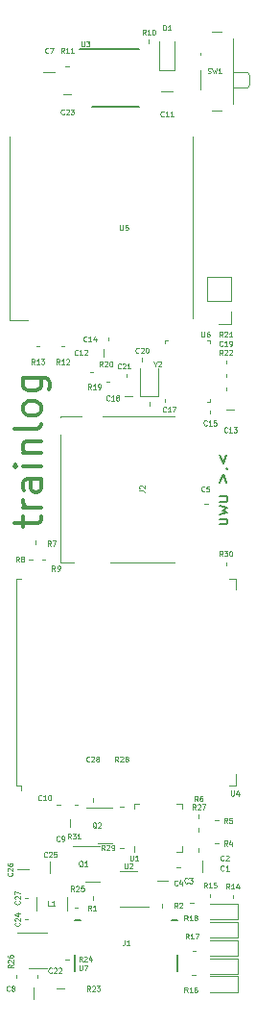
<source format=gto>
G04 #@! TF.GenerationSoftware,KiCad,Pcbnew,6.0.2+dfsg-1*
G04 #@! TF.CreationDate,2022-06-20T13:27:44+02:00*
G04 #@! TF.ProjectId,trainlog,74726169-6e6c-46f6-972e-6b696361645f,rev?*
G04 #@! TF.SameCoordinates,Original*
G04 #@! TF.FileFunction,Legend,Top*
G04 #@! TF.FilePolarity,Positive*
%FSLAX46Y46*%
G04 Gerber Fmt 4.6, Leading zero omitted, Abs format (unit mm)*
G04 Created by KiCad (PCBNEW 6.0.2+dfsg-1) date 2022-06-20 13:27:44*
%MOMM*%
%LPD*%
G01*
G04 APERTURE LIST*
%ADD10C,0.150000*%
%ADD11C,0.300000*%
%ADD12C,0.100000*%
%ADD13C,0.120000*%
G04 APERTURE END LIST*
D10*
X108285714Y-100619047D02*
X108952380Y-100619047D01*
X108285714Y-101047619D02*
X108809523Y-101047619D01*
X108904761Y-101000000D01*
X108952380Y-100904761D01*
X108952380Y-100761904D01*
X108904761Y-100666666D01*
X108857142Y-100619047D01*
X108285714Y-100238095D02*
X108952380Y-100047619D01*
X108476190Y-99857142D01*
X108952380Y-99666666D01*
X108285714Y-99476190D01*
X108285714Y-98666666D02*
X108952380Y-98666666D01*
X108285714Y-99095238D02*
X108809523Y-99095238D01*
X108904761Y-99047619D01*
X108952380Y-98952380D01*
X108952380Y-98809523D01*
X108904761Y-98714285D01*
X108857142Y-98666666D01*
X108285714Y-97428571D02*
X108571428Y-96666666D01*
X108857142Y-97428571D01*
X108857142Y-96190476D02*
X108904761Y-96142857D01*
X108952380Y-96190476D01*
X108904761Y-96238095D01*
X108857142Y-96190476D01*
X108952380Y-96190476D01*
X108285714Y-94952380D02*
X108571428Y-95714285D01*
X108857142Y-94952380D01*
D11*
X90885714Y-101342857D02*
X90885714Y-100428571D01*
X90085714Y-101000000D02*
X92142857Y-101000000D01*
X92371428Y-100885714D01*
X92485714Y-100657142D01*
X92485714Y-100428571D01*
X92485714Y-99628571D02*
X90885714Y-99628571D01*
X91342857Y-99628571D02*
X91114285Y-99514285D01*
X91000000Y-99400000D01*
X90885714Y-99171428D01*
X90885714Y-98942857D01*
X92485714Y-97114285D02*
X91228571Y-97114285D01*
X91000000Y-97228571D01*
X90885714Y-97457142D01*
X90885714Y-97914285D01*
X91000000Y-98142857D01*
X92371428Y-97114285D02*
X92485714Y-97342857D01*
X92485714Y-97914285D01*
X92371428Y-98142857D01*
X92142857Y-98257142D01*
X91914285Y-98257142D01*
X91685714Y-98142857D01*
X91571428Y-97914285D01*
X91571428Y-97342857D01*
X91457142Y-97114285D01*
X92485714Y-95971428D02*
X90885714Y-95971428D01*
X90085714Y-95971428D02*
X90200000Y-96085714D01*
X90314285Y-95971428D01*
X90200000Y-95857142D01*
X90085714Y-95971428D01*
X90314285Y-95971428D01*
X90885714Y-94828571D02*
X92485714Y-94828571D01*
X91114285Y-94828571D02*
X91000000Y-94714285D01*
X90885714Y-94485714D01*
X90885714Y-94142857D01*
X91000000Y-93914285D01*
X91228571Y-93800000D01*
X92485714Y-93800000D01*
X92485714Y-92314285D02*
X92371428Y-92542857D01*
X92142857Y-92657142D01*
X90085714Y-92657142D01*
X92485714Y-91057142D02*
X92371428Y-91285714D01*
X92257142Y-91400000D01*
X92028571Y-91514285D01*
X91342857Y-91514285D01*
X91114285Y-91400000D01*
X91000000Y-91285714D01*
X90885714Y-91057142D01*
X90885714Y-90714285D01*
X91000000Y-90485714D01*
X91114285Y-90371428D01*
X91342857Y-90257142D01*
X92028571Y-90257142D01*
X92257142Y-90371428D01*
X92371428Y-90485714D01*
X92485714Y-90714285D01*
X92485714Y-91057142D01*
X90885714Y-88200000D02*
X92828571Y-88200000D01*
X93057142Y-88314285D01*
X93171428Y-88428571D01*
X93285714Y-88657142D01*
X93285714Y-89000000D01*
X93171428Y-89228571D01*
X92371428Y-88200000D02*
X92485714Y-88428571D01*
X92485714Y-88885714D01*
X92371428Y-89114285D01*
X92257142Y-89228571D01*
X92028571Y-89342857D01*
X91342857Y-89342857D01*
X91114285Y-89228571D01*
X91000000Y-89114285D01*
X90885714Y-88885714D01*
X90885714Y-88428571D01*
X91000000Y-88200000D01*
D12*
G04 #@! TO.C,J1*
X99850000Y-137731071D02*
X99850000Y-138052500D01*
X99828571Y-138116785D01*
X99785714Y-138159642D01*
X99721428Y-138181071D01*
X99678571Y-138181071D01*
X100300000Y-138181071D02*
X100042857Y-138181071D01*
X100171428Y-138181071D02*
X100171428Y-137731071D01*
X100128571Y-137795357D01*
X100085714Y-137838214D01*
X100042857Y-137859642D01*
G04 #@! TO.C,U5*
X99457142Y-74753571D02*
X99457142Y-75117857D01*
X99478571Y-75160714D01*
X99500000Y-75182142D01*
X99542857Y-75203571D01*
X99628571Y-75203571D01*
X99671428Y-75182142D01*
X99692857Y-75160714D01*
X99714285Y-75117857D01*
X99714285Y-74753571D01*
X100142857Y-74753571D02*
X99928571Y-74753571D01*
X99907142Y-74967857D01*
X99928571Y-74946428D01*
X99971428Y-74925000D01*
X100078571Y-74925000D01*
X100121428Y-74946428D01*
X100142857Y-74967857D01*
X100164285Y-75010714D01*
X100164285Y-75117857D01*
X100142857Y-75160714D01*
X100121428Y-75182142D01*
X100078571Y-75203571D01*
X99971428Y-75203571D01*
X99928571Y-75182142D01*
X99907142Y-75160714D01*
G04 #@! TO.C,R10*
X101710714Y-58003571D02*
X101560714Y-57789285D01*
X101453571Y-58003571D02*
X101453571Y-57553571D01*
X101625000Y-57553571D01*
X101667857Y-57575000D01*
X101689285Y-57596428D01*
X101710714Y-57639285D01*
X101710714Y-57703571D01*
X101689285Y-57746428D01*
X101667857Y-57767857D01*
X101625000Y-57789285D01*
X101453571Y-57789285D01*
X102139285Y-58003571D02*
X101882142Y-58003571D01*
X102010714Y-58003571D02*
X102010714Y-57553571D01*
X101967857Y-57617857D01*
X101925000Y-57660714D01*
X101882142Y-57682142D01*
X102417857Y-57553571D02*
X102460714Y-57553571D01*
X102503571Y-57575000D01*
X102525000Y-57596428D01*
X102546428Y-57639285D01*
X102567857Y-57725000D01*
X102567857Y-57832142D01*
X102546428Y-57917857D01*
X102525000Y-57960714D01*
X102503571Y-57982142D01*
X102460714Y-58003571D01*
X102417857Y-58003571D01*
X102375000Y-57982142D01*
X102353571Y-57960714D01*
X102332142Y-57917857D01*
X102310714Y-57832142D01*
X102310714Y-57725000D01*
X102332142Y-57639285D01*
X102353571Y-57596428D01*
X102375000Y-57575000D01*
X102417857Y-57553571D01*
G04 #@! TO.C,R6*
X106325000Y-125503571D02*
X106175000Y-125289285D01*
X106067857Y-125503571D02*
X106067857Y-125053571D01*
X106239285Y-125053571D01*
X106282142Y-125075000D01*
X106303571Y-125096428D01*
X106325000Y-125139285D01*
X106325000Y-125203571D01*
X106303571Y-125246428D01*
X106282142Y-125267857D01*
X106239285Y-125289285D01*
X106067857Y-125289285D01*
X106710714Y-125053571D02*
X106625000Y-125053571D01*
X106582142Y-125075000D01*
X106560714Y-125096428D01*
X106517857Y-125160714D01*
X106496428Y-125246428D01*
X106496428Y-125417857D01*
X106517857Y-125460714D01*
X106539285Y-125482142D01*
X106582142Y-125503571D01*
X106667857Y-125503571D01*
X106710714Y-125482142D01*
X106732142Y-125460714D01*
X106753571Y-125417857D01*
X106753571Y-125310714D01*
X106732142Y-125267857D01*
X106710714Y-125246428D01*
X106667857Y-125225000D01*
X106582142Y-125225000D01*
X106539285Y-125246428D01*
X106517857Y-125267857D01*
X106496428Y-125310714D01*
G04 #@! TO.C,J2*
X101153571Y-98150000D02*
X101475000Y-98150000D01*
X101539285Y-98171428D01*
X101582142Y-98214285D01*
X101603571Y-98278571D01*
X101603571Y-98321428D01*
X101196428Y-97957142D02*
X101175000Y-97935714D01*
X101153571Y-97892857D01*
X101153571Y-97785714D01*
X101175000Y-97742857D01*
X101196428Y-97721428D01*
X101239285Y-97700000D01*
X101282142Y-97700000D01*
X101346428Y-97721428D01*
X101603571Y-97978571D01*
X101603571Y-97700000D01*
G04 #@! TO.C,C3*
X105425000Y-132660714D02*
X105403571Y-132682142D01*
X105339285Y-132703571D01*
X105296428Y-132703571D01*
X105232142Y-132682142D01*
X105189285Y-132639285D01*
X105167857Y-132596428D01*
X105146428Y-132510714D01*
X105146428Y-132446428D01*
X105167857Y-132360714D01*
X105189285Y-132317857D01*
X105232142Y-132275000D01*
X105296428Y-132253571D01*
X105339285Y-132253571D01*
X105403571Y-132275000D01*
X105425000Y-132296428D01*
X105575000Y-132253571D02*
X105853571Y-132253571D01*
X105703571Y-132425000D01*
X105767857Y-132425000D01*
X105810714Y-132446428D01*
X105832142Y-132467857D01*
X105853571Y-132510714D01*
X105853571Y-132617857D01*
X105832142Y-132660714D01*
X105810714Y-132682142D01*
X105767857Y-132703571D01*
X105639285Y-132703571D01*
X105596428Y-132682142D01*
X105575000Y-132660714D01*
G04 #@! TO.C,C1*
X108625000Y-131560714D02*
X108603571Y-131582142D01*
X108539285Y-131603571D01*
X108496428Y-131603571D01*
X108432142Y-131582142D01*
X108389285Y-131539285D01*
X108367857Y-131496428D01*
X108346428Y-131410714D01*
X108346428Y-131346428D01*
X108367857Y-131260714D01*
X108389285Y-131217857D01*
X108432142Y-131175000D01*
X108496428Y-131153571D01*
X108539285Y-131153571D01*
X108603571Y-131175000D01*
X108625000Y-131196428D01*
X109053571Y-131603571D02*
X108796428Y-131603571D01*
X108925000Y-131603571D02*
X108925000Y-131153571D01*
X108882142Y-131217857D01*
X108839285Y-131260714D01*
X108796428Y-131282142D01*
G04 #@! TO.C,R2*
X104525000Y-134903571D02*
X104375000Y-134689285D01*
X104267857Y-134903571D02*
X104267857Y-134453571D01*
X104439285Y-134453571D01*
X104482142Y-134475000D01*
X104503571Y-134496428D01*
X104525000Y-134539285D01*
X104525000Y-134603571D01*
X104503571Y-134646428D01*
X104482142Y-134667857D01*
X104439285Y-134689285D01*
X104267857Y-134689285D01*
X104696428Y-134496428D02*
X104717857Y-134475000D01*
X104760714Y-134453571D01*
X104867857Y-134453571D01*
X104910714Y-134475000D01*
X104932142Y-134496428D01*
X104953571Y-134539285D01*
X104953571Y-134582142D01*
X104932142Y-134646428D01*
X104675000Y-134903571D01*
X104953571Y-134903571D01*
G04 #@! TO.C,C4*
X104525000Y-132860714D02*
X104503571Y-132882142D01*
X104439285Y-132903571D01*
X104396428Y-132903571D01*
X104332142Y-132882142D01*
X104289285Y-132839285D01*
X104267857Y-132796428D01*
X104246428Y-132710714D01*
X104246428Y-132646428D01*
X104267857Y-132560714D01*
X104289285Y-132517857D01*
X104332142Y-132475000D01*
X104396428Y-132453571D01*
X104439285Y-132453571D01*
X104503571Y-132475000D01*
X104525000Y-132496428D01*
X104910714Y-132603571D02*
X104910714Y-132903571D01*
X104803571Y-132432142D02*
X104696428Y-132753571D01*
X104975000Y-132753571D01*
G04 #@! TO.C,R15*
X107110714Y-133103571D02*
X106960714Y-132889285D01*
X106853571Y-133103571D02*
X106853571Y-132653571D01*
X107025000Y-132653571D01*
X107067857Y-132675000D01*
X107089285Y-132696428D01*
X107110714Y-132739285D01*
X107110714Y-132803571D01*
X107089285Y-132846428D01*
X107067857Y-132867857D01*
X107025000Y-132889285D01*
X106853571Y-132889285D01*
X107539285Y-133103571D02*
X107282142Y-133103571D01*
X107410714Y-133103571D02*
X107410714Y-132653571D01*
X107367857Y-132717857D01*
X107325000Y-132760714D01*
X107282142Y-132782142D01*
X107946428Y-132653571D02*
X107732142Y-132653571D01*
X107710714Y-132867857D01*
X107732142Y-132846428D01*
X107775000Y-132825000D01*
X107882142Y-132825000D01*
X107925000Y-132846428D01*
X107946428Y-132867857D01*
X107967857Y-132910714D01*
X107967857Y-133017857D01*
X107946428Y-133060714D01*
X107925000Y-133082142D01*
X107882142Y-133103571D01*
X107775000Y-133103571D01*
X107732142Y-133082142D01*
X107710714Y-133060714D01*
G04 #@! TO.C,U6*
X106657142Y-84153571D02*
X106657142Y-84517857D01*
X106678571Y-84560714D01*
X106700000Y-84582142D01*
X106742857Y-84603571D01*
X106828571Y-84603571D01*
X106871428Y-84582142D01*
X106892857Y-84560714D01*
X106914285Y-84517857D01*
X106914285Y-84153571D01*
X107321428Y-84153571D02*
X107235714Y-84153571D01*
X107192857Y-84175000D01*
X107171428Y-84196428D01*
X107128571Y-84260714D01*
X107107142Y-84346428D01*
X107107142Y-84517857D01*
X107128571Y-84560714D01*
X107150000Y-84582142D01*
X107192857Y-84603571D01*
X107278571Y-84603571D01*
X107321428Y-84582142D01*
X107342857Y-84560714D01*
X107364285Y-84517857D01*
X107364285Y-84410714D01*
X107342857Y-84367857D01*
X107321428Y-84346428D01*
X107278571Y-84325000D01*
X107192857Y-84325000D01*
X107150000Y-84346428D01*
X107128571Y-84367857D01*
X107107142Y-84410714D01*
G04 #@! TO.C,C26*
X89910714Y-131789285D02*
X89932142Y-131810714D01*
X89953571Y-131875000D01*
X89953571Y-131917857D01*
X89932142Y-131982142D01*
X89889285Y-132025000D01*
X89846428Y-132046428D01*
X89760714Y-132067857D01*
X89696428Y-132067857D01*
X89610714Y-132046428D01*
X89567857Y-132025000D01*
X89525000Y-131982142D01*
X89503571Y-131917857D01*
X89503571Y-131875000D01*
X89525000Y-131810714D01*
X89546428Y-131789285D01*
X89546428Y-131617857D02*
X89525000Y-131596428D01*
X89503571Y-131553571D01*
X89503571Y-131446428D01*
X89525000Y-131403571D01*
X89546428Y-131382142D01*
X89589285Y-131360714D01*
X89632142Y-131360714D01*
X89696428Y-131382142D01*
X89953571Y-131639285D01*
X89953571Y-131360714D01*
X89503571Y-130975000D02*
X89503571Y-131060714D01*
X89525000Y-131103571D01*
X89546428Y-131125000D01*
X89610714Y-131167857D01*
X89696428Y-131189285D01*
X89867857Y-131189285D01*
X89910714Y-131167857D01*
X89932142Y-131146428D01*
X89953571Y-131103571D01*
X89953571Y-131017857D01*
X89932142Y-130975000D01*
X89910714Y-130953571D01*
X89867857Y-130932142D01*
X89760714Y-130932142D01*
X89717857Y-130953571D01*
X89696428Y-130975000D01*
X89675000Y-131017857D01*
X89675000Y-131103571D01*
X89696428Y-131146428D01*
X89717857Y-131167857D01*
X89760714Y-131189285D01*
G04 #@! TO.C,R1*
X96925000Y-135103571D02*
X96775000Y-134889285D01*
X96667857Y-135103571D02*
X96667857Y-134653571D01*
X96839285Y-134653571D01*
X96882142Y-134675000D01*
X96903571Y-134696428D01*
X96925000Y-134739285D01*
X96925000Y-134803571D01*
X96903571Y-134846428D01*
X96882142Y-134867857D01*
X96839285Y-134889285D01*
X96667857Y-134889285D01*
X97353571Y-135103571D02*
X97096428Y-135103571D01*
X97225000Y-135103571D02*
X97225000Y-134653571D01*
X97182142Y-134717857D01*
X97139285Y-134760714D01*
X97096428Y-134782142D01*
G04 #@! TO.C,R19*
X96910714Y-89203571D02*
X96760714Y-88989285D01*
X96653571Y-89203571D02*
X96653571Y-88753571D01*
X96825000Y-88753571D01*
X96867857Y-88775000D01*
X96889285Y-88796428D01*
X96910714Y-88839285D01*
X96910714Y-88903571D01*
X96889285Y-88946428D01*
X96867857Y-88967857D01*
X96825000Y-88989285D01*
X96653571Y-88989285D01*
X97339285Y-89203571D02*
X97082142Y-89203571D01*
X97210714Y-89203571D02*
X97210714Y-88753571D01*
X97167857Y-88817857D01*
X97125000Y-88860714D01*
X97082142Y-88882142D01*
X97553571Y-89203571D02*
X97639285Y-89203571D01*
X97682142Y-89182142D01*
X97703571Y-89160714D01*
X97746428Y-89096428D01*
X97767857Y-89010714D01*
X97767857Y-88839285D01*
X97746428Y-88796428D01*
X97725000Y-88775000D01*
X97682142Y-88753571D01*
X97596428Y-88753571D01*
X97553571Y-88775000D01*
X97532142Y-88796428D01*
X97510714Y-88839285D01*
X97510714Y-88946428D01*
X97532142Y-88989285D01*
X97553571Y-89010714D01*
X97596428Y-89032142D01*
X97682142Y-89032142D01*
X97725000Y-89010714D01*
X97746428Y-88989285D01*
X97767857Y-88946428D01*
G04 #@! TO.C,R22*
X108510714Y-86203571D02*
X108360714Y-85989285D01*
X108253571Y-86203571D02*
X108253571Y-85753571D01*
X108425000Y-85753571D01*
X108467857Y-85775000D01*
X108489285Y-85796428D01*
X108510714Y-85839285D01*
X108510714Y-85903571D01*
X108489285Y-85946428D01*
X108467857Y-85967857D01*
X108425000Y-85989285D01*
X108253571Y-85989285D01*
X108682142Y-85796428D02*
X108703571Y-85775000D01*
X108746428Y-85753571D01*
X108853571Y-85753571D01*
X108896428Y-85775000D01*
X108917857Y-85796428D01*
X108939285Y-85839285D01*
X108939285Y-85882142D01*
X108917857Y-85946428D01*
X108660714Y-86203571D01*
X108939285Y-86203571D01*
X109110714Y-85796428D02*
X109132142Y-85775000D01*
X109175000Y-85753571D01*
X109282142Y-85753571D01*
X109325000Y-85775000D01*
X109346428Y-85796428D01*
X109367857Y-85839285D01*
X109367857Y-85882142D01*
X109346428Y-85946428D01*
X109089285Y-86203571D01*
X109367857Y-86203571D01*
G04 #@! TO.C,C17*
X103510714Y-91160714D02*
X103489285Y-91182142D01*
X103425000Y-91203571D01*
X103382142Y-91203571D01*
X103317857Y-91182142D01*
X103275000Y-91139285D01*
X103253571Y-91096428D01*
X103232142Y-91010714D01*
X103232142Y-90946428D01*
X103253571Y-90860714D01*
X103275000Y-90817857D01*
X103317857Y-90775000D01*
X103382142Y-90753571D01*
X103425000Y-90753571D01*
X103489285Y-90775000D01*
X103510714Y-90796428D01*
X103939285Y-91203571D02*
X103682142Y-91203571D01*
X103810714Y-91203571D02*
X103810714Y-90753571D01*
X103767857Y-90817857D01*
X103725000Y-90860714D01*
X103682142Y-90882142D01*
X104089285Y-90753571D02*
X104389285Y-90753571D01*
X104196428Y-91203571D01*
G04 #@! TO.C,Y2*
X102585714Y-86989285D02*
X102585714Y-87203571D01*
X102435714Y-86753571D02*
X102585714Y-86989285D01*
X102735714Y-86753571D01*
X102864285Y-86796428D02*
X102885714Y-86775000D01*
X102928571Y-86753571D01*
X103035714Y-86753571D01*
X103078571Y-86775000D01*
X103100000Y-86796428D01*
X103121428Y-86839285D01*
X103121428Y-86882142D01*
X103100000Y-86946428D01*
X102842857Y-87203571D01*
X103121428Y-87203571D01*
G04 #@! TO.C,C14*
X96510714Y-84960714D02*
X96489285Y-84982142D01*
X96425000Y-85003571D01*
X96382142Y-85003571D01*
X96317857Y-84982142D01*
X96275000Y-84939285D01*
X96253571Y-84896428D01*
X96232142Y-84810714D01*
X96232142Y-84746428D01*
X96253571Y-84660714D01*
X96275000Y-84617857D01*
X96317857Y-84575000D01*
X96382142Y-84553571D01*
X96425000Y-84553571D01*
X96489285Y-84575000D01*
X96510714Y-84596428D01*
X96939285Y-85003571D02*
X96682142Y-85003571D01*
X96810714Y-85003571D02*
X96810714Y-84553571D01*
X96767857Y-84617857D01*
X96725000Y-84660714D01*
X96682142Y-84682142D01*
X97325000Y-84703571D02*
X97325000Y-85003571D01*
X97217857Y-84532142D02*
X97110714Y-84853571D01*
X97389285Y-84853571D01*
G04 #@! TO.C,R20*
X97910714Y-87203571D02*
X97760714Y-86989285D01*
X97653571Y-87203571D02*
X97653571Y-86753571D01*
X97825000Y-86753571D01*
X97867857Y-86775000D01*
X97889285Y-86796428D01*
X97910714Y-86839285D01*
X97910714Y-86903571D01*
X97889285Y-86946428D01*
X97867857Y-86967857D01*
X97825000Y-86989285D01*
X97653571Y-86989285D01*
X98082142Y-86796428D02*
X98103571Y-86775000D01*
X98146428Y-86753571D01*
X98253571Y-86753571D01*
X98296428Y-86775000D01*
X98317857Y-86796428D01*
X98339285Y-86839285D01*
X98339285Y-86882142D01*
X98317857Y-86946428D01*
X98060714Y-87203571D01*
X98339285Y-87203571D01*
X98617857Y-86753571D02*
X98660714Y-86753571D01*
X98703571Y-86775000D01*
X98725000Y-86796428D01*
X98746428Y-86839285D01*
X98767857Y-86925000D01*
X98767857Y-87032142D01*
X98746428Y-87117857D01*
X98725000Y-87160714D01*
X98703571Y-87182142D01*
X98660714Y-87203571D01*
X98617857Y-87203571D01*
X98575000Y-87182142D01*
X98553571Y-87160714D01*
X98532142Y-87117857D01*
X98510714Y-87032142D01*
X98510714Y-86925000D01*
X98532142Y-86839285D01*
X98553571Y-86796428D01*
X98575000Y-86775000D01*
X98617857Y-86753571D01*
G04 #@! TO.C,R28*
X99310714Y-122003571D02*
X99160714Y-121789285D01*
X99053571Y-122003571D02*
X99053571Y-121553571D01*
X99225000Y-121553571D01*
X99267857Y-121575000D01*
X99289285Y-121596428D01*
X99310714Y-121639285D01*
X99310714Y-121703571D01*
X99289285Y-121746428D01*
X99267857Y-121767857D01*
X99225000Y-121789285D01*
X99053571Y-121789285D01*
X99482142Y-121596428D02*
X99503571Y-121575000D01*
X99546428Y-121553571D01*
X99653571Y-121553571D01*
X99696428Y-121575000D01*
X99717857Y-121596428D01*
X99739285Y-121639285D01*
X99739285Y-121682142D01*
X99717857Y-121746428D01*
X99460714Y-122003571D01*
X99739285Y-122003571D01*
X99996428Y-121746428D02*
X99953571Y-121725000D01*
X99932142Y-121703571D01*
X99910714Y-121660714D01*
X99910714Y-121639285D01*
X99932142Y-121596428D01*
X99953571Y-121575000D01*
X99996428Y-121553571D01*
X100082142Y-121553571D01*
X100125000Y-121575000D01*
X100146428Y-121596428D01*
X100167857Y-121639285D01*
X100167857Y-121660714D01*
X100146428Y-121703571D01*
X100125000Y-121725000D01*
X100082142Y-121746428D01*
X99996428Y-121746428D01*
X99953571Y-121767857D01*
X99932142Y-121789285D01*
X99910714Y-121832142D01*
X99910714Y-121917857D01*
X99932142Y-121960714D01*
X99953571Y-121982142D01*
X99996428Y-122003571D01*
X100082142Y-122003571D01*
X100125000Y-121982142D01*
X100146428Y-121960714D01*
X100167857Y-121917857D01*
X100167857Y-121832142D01*
X100146428Y-121789285D01*
X100125000Y-121767857D01*
X100082142Y-121746428D01*
G04 #@! TO.C,C8*
X89725000Y-142160714D02*
X89703571Y-142182142D01*
X89639285Y-142203571D01*
X89596428Y-142203571D01*
X89532142Y-142182142D01*
X89489285Y-142139285D01*
X89467857Y-142096428D01*
X89446428Y-142010714D01*
X89446428Y-141946428D01*
X89467857Y-141860714D01*
X89489285Y-141817857D01*
X89532142Y-141775000D01*
X89596428Y-141753571D01*
X89639285Y-141753571D01*
X89703571Y-141775000D01*
X89725000Y-141796428D01*
X89982142Y-141946428D02*
X89939285Y-141925000D01*
X89917857Y-141903571D01*
X89896428Y-141860714D01*
X89896428Y-141839285D01*
X89917857Y-141796428D01*
X89939285Y-141775000D01*
X89982142Y-141753571D01*
X90067857Y-141753571D01*
X90110714Y-141775000D01*
X90132142Y-141796428D01*
X90153571Y-141839285D01*
X90153571Y-141860714D01*
X90132142Y-141903571D01*
X90110714Y-141925000D01*
X90067857Y-141946428D01*
X89982142Y-141946428D01*
X89939285Y-141967857D01*
X89917857Y-141989285D01*
X89896428Y-142032142D01*
X89896428Y-142117857D01*
X89917857Y-142160714D01*
X89939285Y-142182142D01*
X89982142Y-142203571D01*
X90067857Y-142203571D01*
X90110714Y-142182142D01*
X90132142Y-142160714D01*
X90153571Y-142117857D01*
X90153571Y-142032142D01*
X90132142Y-141989285D01*
X90110714Y-141967857D01*
X90067857Y-141946428D01*
G04 #@! TO.C,U1*
X100357142Y-130253571D02*
X100357142Y-130617857D01*
X100378571Y-130660714D01*
X100400000Y-130682142D01*
X100442857Y-130703571D01*
X100528571Y-130703571D01*
X100571428Y-130682142D01*
X100592857Y-130660714D01*
X100614285Y-130617857D01*
X100614285Y-130253571D01*
X101064285Y-130703571D02*
X100807142Y-130703571D01*
X100935714Y-130703571D02*
X100935714Y-130253571D01*
X100892857Y-130317857D01*
X100850000Y-130360714D01*
X100807142Y-130382142D01*
G04 #@! TO.C,C25*
X93010714Y-130360714D02*
X92989285Y-130382142D01*
X92925000Y-130403571D01*
X92882142Y-130403571D01*
X92817857Y-130382142D01*
X92775000Y-130339285D01*
X92753571Y-130296428D01*
X92732142Y-130210714D01*
X92732142Y-130146428D01*
X92753571Y-130060714D01*
X92775000Y-130017857D01*
X92817857Y-129975000D01*
X92882142Y-129953571D01*
X92925000Y-129953571D01*
X92989285Y-129975000D01*
X93010714Y-129996428D01*
X93182142Y-129996428D02*
X93203571Y-129975000D01*
X93246428Y-129953571D01*
X93353571Y-129953571D01*
X93396428Y-129975000D01*
X93417857Y-129996428D01*
X93439285Y-130039285D01*
X93439285Y-130082142D01*
X93417857Y-130146428D01*
X93160714Y-130403571D01*
X93439285Y-130403571D01*
X93846428Y-129953571D02*
X93632142Y-129953571D01*
X93610714Y-130167857D01*
X93632142Y-130146428D01*
X93675000Y-130125000D01*
X93782142Y-130125000D01*
X93825000Y-130146428D01*
X93846428Y-130167857D01*
X93867857Y-130210714D01*
X93867857Y-130317857D01*
X93846428Y-130360714D01*
X93825000Y-130382142D01*
X93782142Y-130403571D01*
X93675000Y-130403571D01*
X93632142Y-130382142D01*
X93610714Y-130360714D01*
G04 #@! TO.C,R11*
X94510714Y-59603571D02*
X94360714Y-59389285D01*
X94253571Y-59603571D02*
X94253571Y-59153571D01*
X94425000Y-59153571D01*
X94467857Y-59175000D01*
X94489285Y-59196428D01*
X94510714Y-59239285D01*
X94510714Y-59303571D01*
X94489285Y-59346428D01*
X94467857Y-59367857D01*
X94425000Y-59389285D01*
X94253571Y-59389285D01*
X94939285Y-59603571D02*
X94682142Y-59603571D01*
X94810714Y-59603571D02*
X94810714Y-59153571D01*
X94767857Y-59217857D01*
X94725000Y-59260714D01*
X94682142Y-59282142D01*
X95367857Y-59603571D02*
X95110714Y-59603571D01*
X95239285Y-59603571D02*
X95239285Y-59153571D01*
X95196428Y-59217857D01*
X95153571Y-59260714D01*
X95110714Y-59282142D01*
G04 #@! TO.C,R30*
X108510714Y-103903571D02*
X108360714Y-103689285D01*
X108253571Y-103903571D02*
X108253571Y-103453571D01*
X108425000Y-103453571D01*
X108467857Y-103475000D01*
X108489285Y-103496428D01*
X108510714Y-103539285D01*
X108510714Y-103603571D01*
X108489285Y-103646428D01*
X108467857Y-103667857D01*
X108425000Y-103689285D01*
X108253571Y-103689285D01*
X108660714Y-103453571D02*
X108939285Y-103453571D01*
X108789285Y-103625000D01*
X108853571Y-103625000D01*
X108896428Y-103646428D01*
X108917857Y-103667857D01*
X108939285Y-103710714D01*
X108939285Y-103817857D01*
X108917857Y-103860714D01*
X108896428Y-103882142D01*
X108853571Y-103903571D01*
X108725000Y-103903571D01*
X108682142Y-103882142D01*
X108660714Y-103860714D01*
X109217857Y-103453571D02*
X109260714Y-103453571D01*
X109303571Y-103475000D01*
X109325000Y-103496428D01*
X109346428Y-103539285D01*
X109367857Y-103625000D01*
X109367857Y-103732142D01*
X109346428Y-103817857D01*
X109325000Y-103860714D01*
X109303571Y-103882142D01*
X109260714Y-103903571D01*
X109217857Y-103903571D01*
X109175000Y-103882142D01*
X109153571Y-103860714D01*
X109132142Y-103817857D01*
X109110714Y-103732142D01*
X109110714Y-103625000D01*
X109132142Y-103539285D01*
X109153571Y-103496428D01*
X109175000Y-103475000D01*
X109217857Y-103453571D01*
G04 #@! TO.C,C9*
X94125000Y-128960714D02*
X94103571Y-128982142D01*
X94039285Y-129003571D01*
X93996428Y-129003571D01*
X93932142Y-128982142D01*
X93889285Y-128939285D01*
X93867857Y-128896428D01*
X93846428Y-128810714D01*
X93846428Y-128746428D01*
X93867857Y-128660714D01*
X93889285Y-128617857D01*
X93932142Y-128575000D01*
X93996428Y-128553571D01*
X94039285Y-128553571D01*
X94103571Y-128575000D01*
X94125000Y-128596428D01*
X94339285Y-129003571D02*
X94425000Y-129003571D01*
X94467857Y-128982142D01*
X94489285Y-128960714D01*
X94532142Y-128896428D01*
X94553571Y-128810714D01*
X94553571Y-128639285D01*
X94532142Y-128596428D01*
X94510714Y-128575000D01*
X94467857Y-128553571D01*
X94382142Y-128553571D01*
X94339285Y-128575000D01*
X94317857Y-128596428D01*
X94296428Y-128639285D01*
X94296428Y-128746428D01*
X94317857Y-128789285D01*
X94339285Y-128810714D01*
X94382142Y-128832142D01*
X94467857Y-128832142D01*
X94510714Y-128810714D01*
X94532142Y-128789285D01*
X94553571Y-128746428D01*
G04 #@! TO.C,D1*
X103267857Y-57603571D02*
X103267857Y-57153571D01*
X103375000Y-57153571D01*
X103439285Y-57175000D01*
X103482142Y-57217857D01*
X103503571Y-57260714D01*
X103525000Y-57346428D01*
X103525000Y-57410714D01*
X103503571Y-57496428D01*
X103482142Y-57539285D01*
X103439285Y-57582142D01*
X103375000Y-57603571D01*
X103267857Y-57603571D01*
X103953571Y-57603571D02*
X103696428Y-57603571D01*
X103825000Y-57603571D02*
X103825000Y-57153571D01*
X103782142Y-57217857D01*
X103739285Y-57260714D01*
X103696428Y-57282142D01*
G04 #@! TO.C,C11*
X103310714Y-65160714D02*
X103289285Y-65182142D01*
X103225000Y-65203571D01*
X103182142Y-65203571D01*
X103117857Y-65182142D01*
X103075000Y-65139285D01*
X103053571Y-65096428D01*
X103032142Y-65010714D01*
X103032142Y-64946428D01*
X103053571Y-64860714D01*
X103075000Y-64817857D01*
X103117857Y-64775000D01*
X103182142Y-64753571D01*
X103225000Y-64753571D01*
X103289285Y-64775000D01*
X103310714Y-64796428D01*
X103739285Y-65203571D02*
X103482142Y-65203571D01*
X103610714Y-65203571D02*
X103610714Y-64753571D01*
X103567857Y-64817857D01*
X103525000Y-64860714D01*
X103482142Y-64882142D01*
X104167857Y-65203571D02*
X103910714Y-65203571D01*
X104039285Y-65203571D02*
X104039285Y-64753571D01*
X103996428Y-64817857D01*
X103953571Y-64860714D01*
X103910714Y-64882142D01*
G04 #@! TO.C,C19*
X108510714Y-85360714D02*
X108489285Y-85382142D01*
X108425000Y-85403571D01*
X108382142Y-85403571D01*
X108317857Y-85382142D01*
X108275000Y-85339285D01*
X108253571Y-85296428D01*
X108232142Y-85210714D01*
X108232142Y-85146428D01*
X108253571Y-85060714D01*
X108275000Y-85017857D01*
X108317857Y-84975000D01*
X108382142Y-84953571D01*
X108425000Y-84953571D01*
X108489285Y-84975000D01*
X108510714Y-84996428D01*
X108939285Y-85403571D02*
X108682142Y-85403571D01*
X108810714Y-85403571D02*
X108810714Y-84953571D01*
X108767857Y-85017857D01*
X108725000Y-85060714D01*
X108682142Y-85082142D01*
X109153571Y-85403571D02*
X109239285Y-85403571D01*
X109282142Y-85382142D01*
X109303571Y-85360714D01*
X109346428Y-85296428D01*
X109367857Y-85210714D01*
X109367857Y-85039285D01*
X109346428Y-84996428D01*
X109325000Y-84975000D01*
X109282142Y-84953571D01*
X109196428Y-84953571D01*
X109153571Y-84975000D01*
X109132142Y-84996428D01*
X109110714Y-85039285D01*
X109110714Y-85146428D01*
X109132142Y-85189285D01*
X109153571Y-85210714D01*
X109196428Y-85232142D01*
X109282142Y-85232142D01*
X109325000Y-85210714D01*
X109346428Y-85189285D01*
X109367857Y-85146428D01*
G04 #@! TO.C,R4*
X108925000Y-129403571D02*
X108775000Y-129189285D01*
X108667857Y-129403571D02*
X108667857Y-128953571D01*
X108839285Y-128953571D01*
X108882142Y-128975000D01*
X108903571Y-128996428D01*
X108925000Y-129039285D01*
X108925000Y-129103571D01*
X108903571Y-129146428D01*
X108882142Y-129167857D01*
X108839285Y-129189285D01*
X108667857Y-129189285D01*
X109310714Y-129103571D02*
X109310714Y-129403571D01*
X109203571Y-128932142D02*
X109096428Y-129253571D01*
X109375000Y-129253571D01*
G04 #@! TO.C,C18*
X98510714Y-90160714D02*
X98489285Y-90182142D01*
X98425000Y-90203571D01*
X98382142Y-90203571D01*
X98317857Y-90182142D01*
X98275000Y-90139285D01*
X98253571Y-90096428D01*
X98232142Y-90010714D01*
X98232142Y-89946428D01*
X98253571Y-89860714D01*
X98275000Y-89817857D01*
X98317857Y-89775000D01*
X98382142Y-89753571D01*
X98425000Y-89753571D01*
X98489285Y-89775000D01*
X98510714Y-89796428D01*
X98939285Y-90203571D02*
X98682142Y-90203571D01*
X98810714Y-90203571D02*
X98810714Y-89753571D01*
X98767857Y-89817857D01*
X98725000Y-89860714D01*
X98682142Y-89882142D01*
X99196428Y-89946428D02*
X99153571Y-89925000D01*
X99132142Y-89903571D01*
X99110714Y-89860714D01*
X99110714Y-89839285D01*
X99132142Y-89796428D01*
X99153571Y-89775000D01*
X99196428Y-89753571D01*
X99282142Y-89753571D01*
X99325000Y-89775000D01*
X99346428Y-89796428D01*
X99367857Y-89839285D01*
X99367857Y-89860714D01*
X99346428Y-89903571D01*
X99325000Y-89925000D01*
X99282142Y-89946428D01*
X99196428Y-89946428D01*
X99153571Y-89967857D01*
X99132142Y-89989285D01*
X99110714Y-90032142D01*
X99110714Y-90117857D01*
X99132142Y-90160714D01*
X99153571Y-90182142D01*
X99196428Y-90203571D01*
X99282142Y-90203571D01*
X99325000Y-90182142D01*
X99346428Y-90160714D01*
X99367857Y-90117857D01*
X99367857Y-90032142D01*
X99346428Y-89989285D01*
X99325000Y-89967857D01*
X99282142Y-89946428D01*
G04 #@! TO.C,SW1*
X107200000Y-61382142D02*
X107264285Y-61403571D01*
X107371428Y-61403571D01*
X107414285Y-61382142D01*
X107435714Y-61360714D01*
X107457142Y-61317857D01*
X107457142Y-61275000D01*
X107435714Y-61232142D01*
X107414285Y-61210714D01*
X107371428Y-61189285D01*
X107285714Y-61167857D01*
X107242857Y-61146428D01*
X107221428Y-61125000D01*
X107200000Y-61082142D01*
X107200000Y-61039285D01*
X107221428Y-60996428D01*
X107242857Y-60975000D01*
X107285714Y-60953571D01*
X107392857Y-60953571D01*
X107457142Y-60975000D01*
X107607142Y-60953571D02*
X107714285Y-61403571D01*
X107800000Y-61082142D01*
X107885714Y-61403571D01*
X107992857Y-60953571D01*
X108400000Y-61403571D02*
X108142857Y-61403571D01*
X108271428Y-61403571D02*
X108271428Y-60953571D01*
X108228571Y-61017857D01*
X108185714Y-61060714D01*
X108142857Y-61082142D01*
G04 #@! TO.C,R5*
X108925000Y-127403571D02*
X108775000Y-127189285D01*
X108667857Y-127403571D02*
X108667857Y-126953571D01*
X108839285Y-126953571D01*
X108882142Y-126975000D01*
X108903571Y-126996428D01*
X108925000Y-127039285D01*
X108925000Y-127103571D01*
X108903571Y-127146428D01*
X108882142Y-127167857D01*
X108839285Y-127189285D01*
X108667857Y-127189285D01*
X109332142Y-126953571D02*
X109117857Y-126953571D01*
X109096428Y-127167857D01*
X109117857Y-127146428D01*
X109160714Y-127125000D01*
X109267857Y-127125000D01*
X109310714Y-127146428D01*
X109332142Y-127167857D01*
X109353571Y-127210714D01*
X109353571Y-127317857D01*
X109332142Y-127360714D01*
X109310714Y-127382142D01*
X109267857Y-127403571D01*
X109160714Y-127403571D01*
X109117857Y-127382142D01*
X109096428Y-127360714D01*
G04 #@! TO.C,R25*
X95410714Y-133403571D02*
X95260714Y-133189285D01*
X95153571Y-133403571D02*
X95153571Y-132953571D01*
X95325000Y-132953571D01*
X95367857Y-132975000D01*
X95389285Y-132996428D01*
X95410714Y-133039285D01*
X95410714Y-133103571D01*
X95389285Y-133146428D01*
X95367857Y-133167857D01*
X95325000Y-133189285D01*
X95153571Y-133189285D01*
X95582142Y-132996428D02*
X95603571Y-132975000D01*
X95646428Y-132953571D01*
X95753571Y-132953571D01*
X95796428Y-132975000D01*
X95817857Y-132996428D01*
X95839285Y-133039285D01*
X95839285Y-133082142D01*
X95817857Y-133146428D01*
X95560714Y-133403571D01*
X95839285Y-133403571D01*
X96246428Y-132953571D02*
X96032142Y-132953571D01*
X96010714Y-133167857D01*
X96032142Y-133146428D01*
X96075000Y-133125000D01*
X96182142Y-133125000D01*
X96225000Y-133146428D01*
X96246428Y-133167857D01*
X96267857Y-133210714D01*
X96267857Y-133317857D01*
X96246428Y-133360714D01*
X96225000Y-133382142D01*
X96182142Y-133403571D01*
X96075000Y-133403571D01*
X96032142Y-133382142D01*
X96010714Y-133360714D01*
G04 #@! TO.C,R24*
X96110714Y-139603571D02*
X95960714Y-139389285D01*
X95853571Y-139603571D02*
X95853571Y-139153571D01*
X96025000Y-139153571D01*
X96067857Y-139175000D01*
X96089285Y-139196428D01*
X96110714Y-139239285D01*
X96110714Y-139303571D01*
X96089285Y-139346428D01*
X96067857Y-139367857D01*
X96025000Y-139389285D01*
X95853571Y-139389285D01*
X96282142Y-139196428D02*
X96303571Y-139175000D01*
X96346428Y-139153571D01*
X96453571Y-139153571D01*
X96496428Y-139175000D01*
X96517857Y-139196428D01*
X96539285Y-139239285D01*
X96539285Y-139282142D01*
X96517857Y-139346428D01*
X96260714Y-139603571D01*
X96539285Y-139603571D01*
X96925000Y-139303571D02*
X96925000Y-139603571D01*
X96817857Y-139132142D02*
X96710714Y-139453571D01*
X96989285Y-139453571D01*
G04 #@! TO.C,Q2*
X97357142Y-127846428D02*
X97314285Y-127825000D01*
X97271428Y-127782142D01*
X97207142Y-127717857D01*
X97164285Y-127696428D01*
X97121428Y-127696428D01*
X97142857Y-127803571D02*
X97100000Y-127782142D01*
X97057142Y-127739285D01*
X97035714Y-127653571D01*
X97035714Y-127503571D01*
X97057142Y-127417857D01*
X97100000Y-127375000D01*
X97142857Y-127353571D01*
X97228571Y-127353571D01*
X97271428Y-127375000D01*
X97314285Y-127417857D01*
X97335714Y-127503571D01*
X97335714Y-127653571D01*
X97314285Y-127739285D01*
X97271428Y-127782142D01*
X97228571Y-127803571D01*
X97142857Y-127803571D01*
X97507142Y-127396428D02*
X97528571Y-127375000D01*
X97571428Y-127353571D01*
X97678571Y-127353571D01*
X97721428Y-127375000D01*
X97742857Y-127396428D01*
X97764285Y-127439285D01*
X97764285Y-127482142D01*
X97742857Y-127546428D01*
X97485714Y-127803571D01*
X97764285Y-127803571D01*
G04 #@! TO.C,R17*
X105510714Y-137603571D02*
X105360714Y-137389285D01*
X105253571Y-137603571D02*
X105253571Y-137153571D01*
X105425000Y-137153571D01*
X105467857Y-137175000D01*
X105489285Y-137196428D01*
X105510714Y-137239285D01*
X105510714Y-137303571D01*
X105489285Y-137346428D01*
X105467857Y-137367857D01*
X105425000Y-137389285D01*
X105253571Y-137389285D01*
X105939285Y-137603571D02*
X105682142Y-137603571D01*
X105810714Y-137603571D02*
X105810714Y-137153571D01*
X105767857Y-137217857D01*
X105725000Y-137260714D01*
X105682142Y-137282142D01*
X106089285Y-137153571D02*
X106389285Y-137153571D01*
X106196428Y-137603571D01*
G04 #@! TO.C,C24*
X90560714Y-136189285D02*
X90582142Y-136210714D01*
X90603571Y-136275000D01*
X90603571Y-136317857D01*
X90582142Y-136382142D01*
X90539285Y-136425000D01*
X90496428Y-136446428D01*
X90410714Y-136467857D01*
X90346428Y-136467857D01*
X90260714Y-136446428D01*
X90217857Y-136425000D01*
X90175000Y-136382142D01*
X90153571Y-136317857D01*
X90153571Y-136275000D01*
X90175000Y-136210714D01*
X90196428Y-136189285D01*
X90196428Y-136017857D02*
X90175000Y-135996428D01*
X90153571Y-135953571D01*
X90153571Y-135846428D01*
X90175000Y-135803571D01*
X90196428Y-135782142D01*
X90239285Y-135760714D01*
X90282142Y-135760714D01*
X90346428Y-135782142D01*
X90603571Y-136039285D01*
X90603571Y-135760714D01*
X90303571Y-135375000D02*
X90603571Y-135375000D01*
X90132142Y-135482142D02*
X90453571Y-135589285D01*
X90453571Y-135310714D01*
G04 #@! TO.C,U2*
X99857142Y-130953571D02*
X99857142Y-131317857D01*
X99878571Y-131360714D01*
X99900000Y-131382142D01*
X99942857Y-131403571D01*
X100028571Y-131403571D01*
X100071428Y-131382142D01*
X100092857Y-131360714D01*
X100114285Y-131317857D01*
X100114285Y-130953571D01*
X100307142Y-130996428D02*
X100328571Y-130975000D01*
X100371428Y-130953571D01*
X100478571Y-130953571D01*
X100521428Y-130975000D01*
X100542857Y-130996428D01*
X100564285Y-131039285D01*
X100564285Y-131082142D01*
X100542857Y-131146428D01*
X100285714Y-131403571D01*
X100564285Y-131403571D01*
G04 #@! TO.C,C21*
X99510714Y-87360714D02*
X99489285Y-87382142D01*
X99425000Y-87403571D01*
X99382142Y-87403571D01*
X99317857Y-87382142D01*
X99275000Y-87339285D01*
X99253571Y-87296428D01*
X99232142Y-87210714D01*
X99232142Y-87146428D01*
X99253571Y-87060714D01*
X99275000Y-87017857D01*
X99317857Y-86975000D01*
X99382142Y-86953571D01*
X99425000Y-86953571D01*
X99489285Y-86975000D01*
X99510714Y-86996428D01*
X99682142Y-86996428D02*
X99703571Y-86975000D01*
X99746428Y-86953571D01*
X99853571Y-86953571D01*
X99896428Y-86975000D01*
X99917857Y-86996428D01*
X99939285Y-87039285D01*
X99939285Y-87082142D01*
X99917857Y-87146428D01*
X99660714Y-87403571D01*
X99939285Y-87403571D01*
X100367857Y-87403571D02*
X100110714Y-87403571D01*
X100239285Y-87403571D02*
X100239285Y-86953571D01*
X100196428Y-87017857D01*
X100153571Y-87060714D01*
X100110714Y-87082142D01*
G04 #@! TO.C,Q1*
X96157142Y-131246428D02*
X96114285Y-131225000D01*
X96071428Y-131182142D01*
X96007142Y-131117857D01*
X95964285Y-131096428D01*
X95921428Y-131096428D01*
X95942857Y-131203571D02*
X95900000Y-131182142D01*
X95857142Y-131139285D01*
X95835714Y-131053571D01*
X95835714Y-130903571D01*
X95857142Y-130817857D01*
X95900000Y-130775000D01*
X95942857Y-130753571D01*
X96028571Y-130753571D01*
X96071428Y-130775000D01*
X96114285Y-130817857D01*
X96135714Y-130903571D01*
X96135714Y-131053571D01*
X96114285Y-131139285D01*
X96071428Y-131182142D01*
X96028571Y-131203571D01*
X95942857Y-131203571D01*
X96564285Y-131203571D02*
X96307142Y-131203571D01*
X96435714Y-131203571D02*
X96435714Y-130753571D01*
X96392857Y-130817857D01*
X96350000Y-130860714D01*
X96307142Y-130882142D01*
G04 #@! TO.C,C12*
X95710714Y-86160714D02*
X95689285Y-86182142D01*
X95625000Y-86203571D01*
X95582142Y-86203571D01*
X95517857Y-86182142D01*
X95475000Y-86139285D01*
X95453571Y-86096428D01*
X95432142Y-86010714D01*
X95432142Y-85946428D01*
X95453571Y-85860714D01*
X95475000Y-85817857D01*
X95517857Y-85775000D01*
X95582142Y-85753571D01*
X95625000Y-85753571D01*
X95689285Y-85775000D01*
X95710714Y-85796428D01*
X96139285Y-86203571D02*
X95882142Y-86203571D01*
X96010714Y-86203571D02*
X96010714Y-85753571D01*
X95967857Y-85817857D01*
X95925000Y-85860714D01*
X95882142Y-85882142D01*
X96310714Y-85796428D02*
X96332142Y-85775000D01*
X96375000Y-85753571D01*
X96482142Y-85753571D01*
X96525000Y-85775000D01*
X96546428Y-85796428D01*
X96567857Y-85839285D01*
X96567857Y-85882142D01*
X96546428Y-85946428D01*
X96289285Y-86203571D01*
X96567857Y-86203571D01*
G04 #@! TO.C,R31*
X95110714Y-128803571D02*
X94960714Y-128589285D01*
X94853571Y-128803571D02*
X94853571Y-128353571D01*
X95025000Y-128353571D01*
X95067857Y-128375000D01*
X95089285Y-128396428D01*
X95110714Y-128439285D01*
X95110714Y-128503571D01*
X95089285Y-128546428D01*
X95067857Y-128567857D01*
X95025000Y-128589285D01*
X94853571Y-128589285D01*
X95260714Y-128353571D02*
X95539285Y-128353571D01*
X95389285Y-128525000D01*
X95453571Y-128525000D01*
X95496428Y-128546428D01*
X95517857Y-128567857D01*
X95539285Y-128610714D01*
X95539285Y-128717857D01*
X95517857Y-128760714D01*
X95496428Y-128782142D01*
X95453571Y-128803571D01*
X95325000Y-128803571D01*
X95282142Y-128782142D01*
X95260714Y-128760714D01*
X95967857Y-128803571D02*
X95710714Y-128803571D01*
X95839285Y-128803571D02*
X95839285Y-128353571D01*
X95796428Y-128417857D01*
X95753571Y-128460714D01*
X95710714Y-128482142D01*
G04 #@! TO.C,R27*
X106110714Y-126203571D02*
X105960714Y-125989285D01*
X105853571Y-126203571D02*
X105853571Y-125753571D01*
X106025000Y-125753571D01*
X106067857Y-125775000D01*
X106089285Y-125796428D01*
X106110714Y-125839285D01*
X106110714Y-125903571D01*
X106089285Y-125946428D01*
X106067857Y-125967857D01*
X106025000Y-125989285D01*
X105853571Y-125989285D01*
X106282142Y-125796428D02*
X106303571Y-125775000D01*
X106346428Y-125753571D01*
X106453571Y-125753571D01*
X106496428Y-125775000D01*
X106517857Y-125796428D01*
X106539285Y-125839285D01*
X106539285Y-125882142D01*
X106517857Y-125946428D01*
X106260714Y-126203571D01*
X106539285Y-126203571D01*
X106689285Y-125753571D02*
X106989285Y-125753571D01*
X106796428Y-126203571D01*
G04 #@! TO.C,C2*
X108625000Y-130660714D02*
X108603571Y-130682142D01*
X108539285Y-130703571D01*
X108496428Y-130703571D01*
X108432142Y-130682142D01*
X108389285Y-130639285D01*
X108367857Y-130596428D01*
X108346428Y-130510714D01*
X108346428Y-130446428D01*
X108367857Y-130360714D01*
X108389285Y-130317857D01*
X108432142Y-130275000D01*
X108496428Y-130253571D01*
X108539285Y-130253571D01*
X108603571Y-130275000D01*
X108625000Y-130296428D01*
X108796428Y-130296428D02*
X108817857Y-130275000D01*
X108860714Y-130253571D01*
X108967857Y-130253571D01*
X109010714Y-130275000D01*
X109032142Y-130296428D01*
X109053571Y-130339285D01*
X109053571Y-130382142D01*
X109032142Y-130446428D01*
X108775000Y-130703571D01*
X109053571Y-130703571D01*
G04 #@! TO.C,U3*
X96057142Y-58553571D02*
X96057142Y-58917857D01*
X96078571Y-58960714D01*
X96100000Y-58982142D01*
X96142857Y-59003571D01*
X96228571Y-59003571D01*
X96271428Y-58982142D01*
X96292857Y-58960714D01*
X96314285Y-58917857D01*
X96314285Y-58553571D01*
X96485714Y-58553571D02*
X96764285Y-58553571D01*
X96614285Y-58725000D01*
X96678571Y-58725000D01*
X96721428Y-58746428D01*
X96742857Y-58767857D01*
X96764285Y-58810714D01*
X96764285Y-58917857D01*
X96742857Y-58960714D01*
X96721428Y-58982142D01*
X96678571Y-59003571D01*
X96550000Y-59003571D01*
X96507142Y-58982142D01*
X96485714Y-58960714D01*
G04 #@! TO.C,C15*
X107110714Y-92360714D02*
X107089285Y-92382142D01*
X107025000Y-92403571D01*
X106982142Y-92403571D01*
X106917857Y-92382142D01*
X106875000Y-92339285D01*
X106853571Y-92296428D01*
X106832142Y-92210714D01*
X106832142Y-92146428D01*
X106853571Y-92060714D01*
X106875000Y-92017857D01*
X106917857Y-91975000D01*
X106982142Y-91953571D01*
X107025000Y-91953571D01*
X107089285Y-91975000D01*
X107110714Y-91996428D01*
X107539285Y-92403571D02*
X107282142Y-92403571D01*
X107410714Y-92403571D02*
X107410714Y-91953571D01*
X107367857Y-92017857D01*
X107325000Y-92060714D01*
X107282142Y-92082142D01*
X107946428Y-91953571D02*
X107732142Y-91953571D01*
X107710714Y-92167857D01*
X107732142Y-92146428D01*
X107775000Y-92125000D01*
X107882142Y-92125000D01*
X107925000Y-92146428D01*
X107946428Y-92167857D01*
X107967857Y-92210714D01*
X107967857Y-92317857D01*
X107946428Y-92360714D01*
X107925000Y-92382142D01*
X107882142Y-92403571D01*
X107775000Y-92403571D01*
X107732142Y-92382142D01*
X107710714Y-92360714D01*
G04 #@! TO.C,R26*
X90003571Y-139889285D02*
X89789285Y-140039285D01*
X90003571Y-140146428D02*
X89553571Y-140146428D01*
X89553571Y-139975000D01*
X89575000Y-139932142D01*
X89596428Y-139910714D01*
X89639285Y-139889285D01*
X89703571Y-139889285D01*
X89746428Y-139910714D01*
X89767857Y-139932142D01*
X89789285Y-139975000D01*
X89789285Y-140146428D01*
X89596428Y-139717857D02*
X89575000Y-139696428D01*
X89553571Y-139653571D01*
X89553571Y-139546428D01*
X89575000Y-139503571D01*
X89596428Y-139482142D01*
X89639285Y-139460714D01*
X89682142Y-139460714D01*
X89746428Y-139482142D01*
X90003571Y-139739285D01*
X90003571Y-139460714D01*
X89553571Y-139075000D02*
X89553571Y-139160714D01*
X89575000Y-139203571D01*
X89596428Y-139225000D01*
X89660714Y-139267857D01*
X89746428Y-139289285D01*
X89917857Y-139289285D01*
X89960714Y-139267857D01*
X89982142Y-139246428D01*
X90003571Y-139203571D01*
X90003571Y-139117857D01*
X89982142Y-139075000D01*
X89960714Y-139053571D01*
X89917857Y-139032142D01*
X89810714Y-139032142D01*
X89767857Y-139053571D01*
X89746428Y-139075000D01*
X89725000Y-139117857D01*
X89725000Y-139203571D01*
X89746428Y-139246428D01*
X89767857Y-139267857D01*
X89810714Y-139289285D01*
G04 #@! TO.C,C20*
X101110714Y-85960714D02*
X101089285Y-85982142D01*
X101025000Y-86003571D01*
X100982142Y-86003571D01*
X100917857Y-85982142D01*
X100875000Y-85939285D01*
X100853571Y-85896428D01*
X100832142Y-85810714D01*
X100832142Y-85746428D01*
X100853571Y-85660714D01*
X100875000Y-85617857D01*
X100917857Y-85575000D01*
X100982142Y-85553571D01*
X101025000Y-85553571D01*
X101089285Y-85575000D01*
X101110714Y-85596428D01*
X101282142Y-85596428D02*
X101303571Y-85575000D01*
X101346428Y-85553571D01*
X101453571Y-85553571D01*
X101496428Y-85575000D01*
X101517857Y-85596428D01*
X101539285Y-85639285D01*
X101539285Y-85682142D01*
X101517857Y-85746428D01*
X101260714Y-86003571D01*
X101539285Y-86003571D01*
X101817857Y-85553571D02*
X101860714Y-85553571D01*
X101903571Y-85575000D01*
X101925000Y-85596428D01*
X101946428Y-85639285D01*
X101967857Y-85725000D01*
X101967857Y-85832142D01*
X101946428Y-85917857D01*
X101925000Y-85960714D01*
X101903571Y-85982142D01*
X101860714Y-86003571D01*
X101817857Y-86003571D01*
X101775000Y-85982142D01*
X101753571Y-85960714D01*
X101732142Y-85917857D01*
X101710714Y-85832142D01*
X101710714Y-85725000D01*
X101732142Y-85639285D01*
X101753571Y-85596428D01*
X101775000Y-85575000D01*
X101817857Y-85553571D01*
G04 #@! TO.C,R9*
X93725000Y-105203571D02*
X93575000Y-104989285D01*
X93467857Y-105203571D02*
X93467857Y-104753571D01*
X93639285Y-104753571D01*
X93682142Y-104775000D01*
X93703571Y-104796428D01*
X93725000Y-104839285D01*
X93725000Y-104903571D01*
X93703571Y-104946428D01*
X93682142Y-104967857D01*
X93639285Y-104989285D01*
X93467857Y-104989285D01*
X93939285Y-105203571D02*
X94025000Y-105203571D01*
X94067857Y-105182142D01*
X94089285Y-105160714D01*
X94132142Y-105096428D01*
X94153571Y-105010714D01*
X94153571Y-104839285D01*
X94132142Y-104796428D01*
X94110714Y-104775000D01*
X94067857Y-104753571D01*
X93982142Y-104753571D01*
X93939285Y-104775000D01*
X93917857Y-104796428D01*
X93896428Y-104839285D01*
X93896428Y-104946428D01*
X93917857Y-104989285D01*
X93939285Y-105010714D01*
X93982142Y-105032142D01*
X94067857Y-105032142D01*
X94110714Y-105010714D01*
X94132142Y-104989285D01*
X94153571Y-104946428D01*
G04 #@! TO.C,R13*
X91910714Y-87003571D02*
X91760714Y-86789285D01*
X91653571Y-87003571D02*
X91653571Y-86553571D01*
X91825000Y-86553571D01*
X91867857Y-86575000D01*
X91889285Y-86596428D01*
X91910714Y-86639285D01*
X91910714Y-86703571D01*
X91889285Y-86746428D01*
X91867857Y-86767857D01*
X91825000Y-86789285D01*
X91653571Y-86789285D01*
X92339285Y-87003571D02*
X92082142Y-87003571D01*
X92210714Y-87003571D02*
X92210714Y-86553571D01*
X92167857Y-86617857D01*
X92125000Y-86660714D01*
X92082142Y-86682142D01*
X92489285Y-86553571D02*
X92767857Y-86553571D01*
X92617857Y-86725000D01*
X92682142Y-86725000D01*
X92725000Y-86746428D01*
X92746428Y-86767857D01*
X92767857Y-86810714D01*
X92767857Y-86917857D01*
X92746428Y-86960714D01*
X92725000Y-86982142D01*
X92682142Y-87003571D01*
X92553571Y-87003571D01*
X92510714Y-86982142D01*
X92489285Y-86960714D01*
G04 #@! TO.C,U7*
X95857142Y-139953571D02*
X95857142Y-140317857D01*
X95878571Y-140360714D01*
X95900000Y-140382142D01*
X95942857Y-140403571D01*
X96028571Y-140403571D01*
X96071428Y-140382142D01*
X96092857Y-140360714D01*
X96114285Y-140317857D01*
X96114285Y-139953571D01*
X96285714Y-139953571D02*
X96585714Y-139953571D01*
X96392857Y-140403571D01*
G04 #@! TO.C,R18*
X105410714Y-136003571D02*
X105260714Y-135789285D01*
X105153571Y-136003571D02*
X105153571Y-135553571D01*
X105325000Y-135553571D01*
X105367857Y-135575000D01*
X105389285Y-135596428D01*
X105410714Y-135639285D01*
X105410714Y-135703571D01*
X105389285Y-135746428D01*
X105367857Y-135767857D01*
X105325000Y-135789285D01*
X105153571Y-135789285D01*
X105839285Y-136003571D02*
X105582142Y-136003571D01*
X105710714Y-136003571D02*
X105710714Y-135553571D01*
X105667857Y-135617857D01*
X105625000Y-135660714D01*
X105582142Y-135682142D01*
X106096428Y-135746428D02*
X106053571Y-135725000D01*
X106032142Y-135703571D01*
X106010714Y-135660714D01*
X106010714Y-135639285D01*
X106032142Y-135596428D01*
X106053571Y-135575000D01*
X106096428Y-135553571D01*
X106182142Y-135553571D01*
X106225000Y-135575000D01*
X106246428Y-135596428D01*
X106267857Y-135639285D01*
X106267857Y-135660714D01*
X106246428Y-135703571D01*
X106225000Y-135725000D01*
X106182142Y-135746428D01*
X106096428Y-135746428D01*
X106053571Y-135767857D01*
X106032142Y-135789285D01*
X106010714Y-135832142D01*
X106010714Y-135917857D01*
X106032142Y-135960714D01*
X106053571Y-135982142D01*
X106096428Y-136003571D01*
X106182142Y-136003571D01*
X106225000Y-135982142D01*
X106246428Y-135960714D01*
X106267857Y-135917857D01*
X106267857Y-135832142D01*
X106246428Y-135789285D01*
X106225000Y-135767857D01*
X106182142Y-135746428D01*
G04 #@! TO.C,R7*
X93325000Y-103003571D02*
X93175000Y-102789285D01*
X93067857Y-103003571D02*
X93067857Y-102553571D01*
X93239285Y-102553571D01*
X93282142Y-102575000D01*
X93303571Y-102596428D01*
X93325000Y-102639285D01*
X93325000Y-102703571D01*
X93303571Y-102746428D01*
X93282142Y-102767857D01*
X93239285Y-102789285D01*
X93067857Y-102789285D01*
X93475000Y-102553571D02*
X93775000Y-102553571D01*
X93582142Y-103003571D01*
G04 #@! TO.C,C28*
X96760714Y-121960714D02*
X96739285Y-121982142D01*
X96675000Y-122003571D01*
X96632142Y-122003571D01*
X96567857Y-121982142D01*
X96525000Y-121939285D01*
X96503571Y-121896428D01*
X96482142Y-121810714D01*
X96482142Y-121746428D01*
X96503571Y-121660714D01*
X96525000Y-121617857D01*
X96567857Y-121575000D01*
X96632142Y-121553571D01*
X96675000Y-121553571D01*
X96739285Y-121575000D01*
X96760714Y-121596428D01*
X96932142Y-121596428D02*
X96953571Y-121575000D01*
X96996428Y-121553571D01*
X97103571Y-121553571D01*
X97146428Y-121575000D01*
X97167857Y-121596428D01*
X97189285Y-121639285D01*
X97189285Y-121682142D01*
X97167857Y-121746428D01*
X96910714Y-122003571D01*
X97189285Y-122003571D01*
X97446428Y-121746428D02*
X97403571Y-121725000D01*
X97382142Y-121703571D01*
X97360714Y-121660714D01*
X97360714Y-121639285D01*
X97382142Y-121596428D01*
X97403571Y-121575000D01*
X97446428Y-121553571D01*
X97532142Y-121553571D01*
X97575000Y-121575000D01*
X97596428Y-121596428D01*
X97617857Y-121639285D01*
X97617857Y-121660714D01*
X97596428Y-121703571D01*
X97575000Y-121725000D01*
X97532142Y-121746428D01*
X97446428Y-121746428D01*
X97403571Y-121767857D01*
X97382142Y-121789285D01*
X97360714Y-121832142D01*
X97360714Y-121917857D01*
X97382142Y-121960714D01*
X97403571Y-121982142D01*
X97446428Y-122003571D01*
X97532142Y-122003571D01*
X97575000Y-121982142D01*
X97596428Y-121960714D01*
X97617857Y-121917857D01*
X97617857Y-121832142D01*
X97596428Y-121789285D01*
X97575000Y-121767857D01*
X97532142Y-121746428D01*
G04 #@! TO.C,R21*
X108510714Y-84603571D02*
X108360714Y-84389285D01*
X108253571Y-84603571D02*
X108253571Y-84153571D01*
X108425000Y-84153571D01*
X108467857Y-84175000D01*
X108489285Y-84196428D01*
X108510714Y-84239285D01*
X108510714Y-84303571D01*
X108489285Y-84346428D01*
X108467857Y-84367857D01*
X108425000Y-84389285D01*
X108253571Y-84389285D01*
X108682142Y-84196428D02*
X108703571Y-84175000D01*
X108746428Y-84153571D01*
X108853571Y-84153571D01*
X108896428Y-84175000D01*
X108917857Y-84196428D01*
X108939285Y-84239285D01*
X108939285Y-84282142D01*
X108917857Y-84346428D01*
X108660714Y-84603571D01*
X108939285Y-84603571D01*
X109367857Y-84603571D02*
X109110714Y-84603571D01*
X109239285Y-84603571D02*
X109239285Y-84153571D01*
X109196428Y-84217857D01*
X109153571Y-84260714D01*
X109110714Y-84282142D01*
G04 #@! TO.C,R14*
X109110714Y-133203571D02*
X108960714Y-132989285D01*
X108853571Y-133203571D02*
X108853571Y-132753571D01*
X109025000Y-132753571D01*
X109067857Y-132775000D01*
X109089285Y-132796428D01*
X109110714Y-132839285D01*
X109110714Y-132903571D01*
X109089285Y-132946428D01*
X109067857Y-132967857D01*
X109025000Y-132989285D01*
X108853571Y-132989285D01*
X109539285Y-133203571D02*
X109282142Y-133203571D01*
X109410714Y-133203571D02*
X109410714Y-132753571D01*
X109367857Y-132817857D01*
X109325000Y-132860714D01*
X109282142Y-132882142D01*
X109925000Y-132903571D02*
X109925000Y-133203571D01*
X109817857Y-132732142D02*
X109710714Y-133053571D01*
X109989285Y-133053571D01*
G04 #@! TO.C,C10*
X92510714Y-125360714D02*
X92489285Y-125382142D01*
X92425000Y-125403571D01*
X92382142Y-125403571D01*
X92317857Y-125382142D01*
X92275000Y-125339285D01*
X92253571Y-125296428D01*
X92232142Y-125210714D01*
X92232142Y-125146428D01*
X92253571Y-125060714D01*
X92275000Y-125017857D01*
X92317857Y-124975000D01*
X92382142Y-124953571D01*
X92425000Y-124953571D01*
X92489285Y-124975000D01*
X92510714Y-124996428D01*
X92939285Y-125403571D02*
X92682142Y-125403571D01*
X92810714Y-125403571D02*
X92810714Y-124953571D01*
X92767857Y-125017857D01*
X92725000Y-125060714D01*
X92682142Y-125082142D01*
X93217857Y-124953571D02*
X93260714Y-124953571D01*
X93303571Y-124975000D01*
X93325000Y-124996428D01*
X93346428Y-125039285D01*
X93367857Y-125125000D01*
X93367857Y-125232142D01*
X93346428Y-125317857D01*
X93325000Y-125360714D01*
X93303571Y-125382142D01*
X93260714Y-125403571D01*
X93217857Y-125403571D01*
X93175000Y-125382142D01*
X93153571Y-125360714D01*
X93132142Y-125317857D01*
X93110714Y-125232142D01*
X93110714Y-125125000D01*
X93132142Y-125039285D01*
X93153571Y-124996428D01*
X93175000Y-124975000D01*
X93217857Y-124953571D01*
G04 #@! TO.C,R16*
X105410714Y-142303571D02*
X105260714Y-142089285D01*
X105153571Y-142303571D02*
X105153571Y-141853571D01*
X105325000Y-141853571D01*
X105367857Y-141875000D01*
X105389285Y-141896428D01*
X105410714Y-141939285D01*
X105410714Y-142003571D01*
X105389285Y-142046428D01*
X105367857Y-142067857D01*
X105325000Y-142089285D01*
X105153571Y-142089285D01*
X105839285Y-142303571D02*
X105582142Y-142303571D01*
X105710714Y-142303571D02*
X105710714Y-141853571D01*
X105667857Y-141917857D01*
X105625000Y-141960714D01*
X105582142Y-141982142D01*
X106225000Y-141853571D02*
X106139285Y-141853571D01*
X106096428Y-141875000D01*
X106075000Y-141896428D01*
X106032142Y-141960714D01*
X106010714Y-142046428D01*
X106010714Y-142217857D01*
X106032142Y-142260714D01*
X106053571Y-142282142D01*
X106096428Y-142303571D01*
X106182142Y-142303571D01*
X106225000Y-142282142D01*
X106246428Y-142260714D01*
X106267857Y-142217857D01*
X106267857Y-142110714D01*
X106246428Y-142067857D01*
X106225000Y-142046428D01*
X106182142Y-142025000D01*
X106096428Y-142025000D01*
X106053571Y-142046428D01*
X106032142Y-142067857D01*
X106010714Y-142110714D01*
G04 #@! TO.C,C23*
X94510714Y-64960714D02*
X94489285Y-64982142D01*
X94425000Y-65003571D01*
X94382142Y-65003571D01*
X94317857Y-64982142D01*
X94275000Y-64939285D01*
X94253571Y-64896428D01*
X94232142Y-64810714D01*
X94232142Y-64746428D01*
X94253571Y-64660714D01*
X94275000Y-64617857D01*
X94317857Y-64575000D01*
X94382142Y-64553571D01*
X94425000Y-64553571D01*
X94489285Y-64575000D01*
X94510714Y-64596428D01*
X94682142Y-64596428D02*
X94703571Y-64575000D01*
X94746428Y-64553571D01*
X94853571Y-64553571D01*
X94896428Y-64575000D01*
X94917857Y-64596428D01*
X94939285Y-64639285D01*
X94939285Y-64682142D01*
X94917857Y-64746428D01*
X94660714Y-65003571D01*
X94939285Y-65003571D01*
X95089285Y-64553571D02*
X95367857Y-64553571D01*
X95217857Y-64725000D01*
X95282142Y-64725000D01*
X95325000Y-64746428D01*
X95346428Y-64767857D01*
X95367857Y-64810714D01*
X95367857Y-64917857D01*
X95346428Y-64960714D01*
X95325000Y-64982142D01*
X95282142Y-65003571D01*
X95153571Y-65003571D01*
X95110714Y-64982142D01*
X95089285Y-64960714D01*
G04 #@! TO.C,U4*
X109257142Y-124553571D02*
X109257142Y-124917857D01*
X109278571Y-124960714D01*
X109300000Y-124982142D01*
X109342857Y-125003571D01*
X109428571Y-125003571D01*
X109471428Y-124982142D01*
X109492857Y-124960714D01*
X109514285Y-124917857D01*
X109514285Y-124553571D01*
X109921428Y-124703571D02*
X109921428Y-125003571D01*
X109814285Y-124532142D02*
X109707142Y-124853571D01*
X109985714Y-124853571D01*
G04 #@! TO.C,C5*
X106925000Y-98160714D02*
X106903571Y-98182142D01*
X106839285Y-98203571D01*
X106796428Y-98203571D01*
X106732142Y-98182142D01*
X106689285Y-98139285D01*
X106667857Y-98096428D01*
X106646428Y-98010714D01*
X106646428Y-97946428D01*
X106667857Y-97860714D01*
X106689285Y-97817857D01*
X106732142Y-97775000D01*
X106796428Y-97753571D01*
X106839285Y-97753571D01*
X106903571Y-97775000D01*
X106925000Y-97796428D01*
X107332142Y-97753571D02*
X107117857Y-97753571D01*
X107096428Y-97967857D01*
X107117857Y-97946428D01*
X107160714Y-97925000D01*
X107267857Y-97925000D01*
X107310714Y-97946428D01*
X107332142Y-97967857D01*
X107353571Y-98010714D01*
X107353571Y-98117857D01*
X107332142Y-98160714D01*
X107310714Y-98182142D01*
X107267857Y-98203571D01*
X107160714Y-98203571D01*
X107117857Y-98182142D01*
X107096428Y-98160714D01*
G04 #@! TO.C,C22*
X93410714Y-140560714D02*
X93389285Y-140582142D01*
X93325000Y-140603571D01*
X93282142Y-140603571D01*
X93217857Y-140582142D01*
X93175000Y-140539285D01*
X93153571Y-140496428D01*
X93132142Y-140410714D01*
X93132142Y-140346428D01*
X93153571Y-140260714D01*
X93175000Y-140217857D01*
X93217857Y-140175000D01*
X93282142Y-140153571D01*
X93325000Y-140153571D01*
X93389285Y-140175000D01*
X93410714Y-140196428D01*
X93582142Y-140196428D02*
X93603571Y-140175000D01*
X93646428Y-140153571D01*
X93753571Y-140153571D01*
X93796428Y-140175000D01*
X93817857Y-140196428D01*
X93839285Y-140239285D01*
X93839285Y-140282142D01*
X93817857Y-140346428D01*
X93560714Y-140603571D01*
X93839285Y-140603571D01*
X94010714Y-140196428D02*
X94032142Y-140175000D01*
X94075000Y-140153571D01*
X94182142Y-140153571D01*
X94225000Y-140175000D01*
X94246428Y-140196428D01*
X94267857Y-140239285D01*
X94267857Y-140282142D01*
X94246428Y-140346428D01*
X93989285Y-140603571D01*
X94267857Y-140603571D01*
G04 #@! TO.C,R29*
X98110714Y-129803571D02*
X97960714Y-129589285D01*
X97853571Y-129803571D02*
X97853571Y-129353571D01*
X98025000Y-129353571D01*
X98067857Y-129375000D01*
X98089285Y-129396428D01*
X98110714Y-129439285D01*
X98110714Y-129503571D01*
X98089285Y-129546428D01*
X98067857Y-129567857D01*
X98025000Y-129589285D01*
X97853571Y-129589285D01*
X98282142Y-129396428D02*
X98303571Y-129375000D01*
X98346428Y-129353571D01*
X98453571Y-129353571D01*
X98496428Y-129375000D01*
X98517857Y-129396428D01*
X98539285Y-129439285D01*
X98539285Y-129482142D01*
X98517857Y-129546428D01*
X98260714Y-129803571D01*
X98539285Y-129803571D01*
X98753571Y-129803571D02*
X98839285Y-129803571D01*
X98882142Y-129782142D01*
X98903571Y-129760714D01*
X98946428Y-129696428D01*
X98967857Y-129610714D01*
X98967857Y-129439285D01*
X98946428Y-129396428D01*
X98925000Y-129375000D01*
X98882142Y-129353571D01*
X98796428Y-129353571D01*
X98753571Y-129375000D01*
X98732142Y-129396428D01*
X98710714Y-129439285D01*
X98710714Y-129546428D01*
X98732142Y-129589285D01*
X98753571Y-129610714D01*
X98796428Y-129632142D01*
X98882142Y-129632142D01*
X98925000Y-129610714D01*
X98946428Y-129589285D01*
X98967857Y-129546428D01*
G04 #@! TO.C,R12*
X94110714Y-87003571D02*
X93960714Y-86789285D01*
X93853571Y-87003571D02*
X93853571Y-86553571D01*
X94025000Y-86553571D01*
X94067857Y-86575000D01*
X94089285Y-86596428D01*
X94110714Y-86639285D01*
X94110714Y-86703571D01*
X94089285Y-86746428D01*
X94067857Y-86767857D01*
X94025000Y-86789285D01*
X93853571Y-86789285D01*
X94539285Y-87003571D02*
X94282142Y-87003571D01*
X94410714Y-87003571D02*
X94410714Y-86553571D01*
X94367857Y-86617857D01*
X94325000Y-86660714D01*
X94282142Y-86682142D01*
X94710714Y-86596428D02*
X94732142Y-86575000D01*
X94775000Y-86553571D01*
X94882142Y-86553571D01*
X94925000Y-86575000D01*
X94946428Y-86596428D01*
X94967857Y-86639285D01*
X94967857Y-86682142D01*
X94946428Y-86746428D01*
X94689285Y-87003571D01*
X94967857Y-87003571D01*
G04 #@! TO.C,C7*
X93125000Y-59560714D02*
X93103571Y-59582142D01*
X93039285Y-59603571D01*
X92996428Y-59603571D01*
X92932142Y-59582142D01*
X92889285Y-59539285D01*
X92867857Y-59496428D01*
X92846428Y-59410714D01*
X92846428Y-59346428D01*
X92867857Y-59260714D01*
X92889285Y-59217857D01*
X92932142Y-59175000D01*
X92996428Y-59153571D01*
X93039285Y-59153571D01*
X93103571Y-59175000D01*
X93125000Y-59196428D01*
X93275000Y-59153571D02*
X93575000Y-59153571D01*
X93382142Y-59603571D01*
G04 #@! TO.C,C13*
X108910714Y-92960714D02*
X108889285Y-92982142D01*
X108825000Y-93003571D01*
X108782142Y-93003571D01*
X108717857Y-92982142D01*
X108675000Y-92939285D01*
X108653571Y-92896428D01*
X108632142Y-92810714D01*
X108632142Y-92746428D01*
X108653571Y-92660714D01*
X108675000Y-92617857D01*
X108717857Y-92575000D01*
X108782142Y-92553571D01*
X108825000Y-92553571D01*
X108889285Y-92575000D01*
X108910714Y-92596428D01*
X109339285Y-93003571D02*
X109082142Y-93003571D01*
X109210714Y-93003571D02*
X109210714Y-92553571D01*
X109167857Y-92617857D01*
X109125000Y-92660714D01*
X109082142Y-92682142D01*
X109489285Y-92553571D02*
X109767857Y-92553571D01*
X109617857Y-92725000D01*
X109682142Y-92725000D01*
X109725000Y-92746428D01*
X109746428Y-92767857D01*
X109767857Y-92810714D01*
X109767857Y-92917857D01*
X109746428Y-92960714D01*
X109725000Y-92982142D01*
X109682142Y-93003571D01*
X109553571Y-93003571D01*
X109510714Y-92982142D01*
X109489285Y-92960714D01*
G04 #@! TO.C,R8*
X90525000Y-104403571D02*
X90375000Y-104189285D01*
X90267857Y-104403571D02*
X90267857Y-103953571D01*
X90439285Y-103953571D01*
X90482142Y-103975000D01*
X90503571Y-103996428D01*
X90525000Y-104039285D01*
X90525000Y-104103571D01*
X90503571Y-104146428D01*
X90482142Y-104167857D01*
X90439285Y-104189285D01*
X90267857Y-104189285D01*
X90782142Y-104146428D02*
X90739285Y-104125000D01*
X90717857Y-104103571D01*
X90696428Y-104060714D01*
X90696428Y-104039285D01*
X90717857Y-103996428D01*
X90739285Y-103975000D01*
X90782142Y-103953571D01*
X90867857Y-103953571D01*
X90910714Y-103975000D01*
X90932142Y-103996428D01*
X90953571Y-104039285D01*
X90953571Y-104060714D01*
X90932142Y-104103571D01*
X90910714Y-104125000D01*
X90867857Y-104146428D01*
X90782142Y-104146428D01*
X90739285Y-104167857D01*
X90717857Y-104189285D01*
X90696428Y-104232142D01*
X90696428Y-104317857D01*
X90717857Y-104360714D01*
X90739285Y-104382142D01*
X90782142Y-104403571D01*
X90867857Y-104403571D01*
X90910714Y-104382142D01*
X90932142Y-104360714D01*
X90953571Y-104317857D01*
X90953571Y-104232142D01*
X90932142Y-104189285D01*
X90910714Y-104167857D01*
X90867857Y-104146428D01*
G04 #@! TO.C,C27*
X90560714Y-134289285D02*
X90582142Y-134310714D01*
X90603571Y-134375000D01*
X90603571Y-134417857D01*
X90582142Y-134482142D01*
X90539285Y-134525000D01*
X90496428Y-134546428D01*
X90410714Y-134567857D01*
X90346428Y-134567857D01*
X90260714Y-134546428D01*
X90217857Y-134525000D01*
X90175000Y-134482142D01*
X90153571Y-134417857D01*
X90153571Y-134375000D01*
X90175000Y-134310714D01*
X90196428Y-134289285D01*
X90196428Y-134117857D02*
X90175000Y-134096428D01*
X90153571Y-134053571D01*
X90153571Y-133946428D01*
X90175000Y-133903571D01*
X90196428Y-133882142D01*
X90239285Y-133860714D01*
X90282142Y-133860714D01*
X90346428Y-133882142D01*
X90603571Y-134139285D01*
X90603571Y-133860714D01*
X90153571Y-133710714D02*
X90153571Y-133410714D01*
X90603571Y-133603571D01*
G04 #@! TO.C,R23*
X96810714Y-142203571D02*
X96660714Y-141989285D01*
X96553571Y-142203571D02*
X96553571Y-141753571D01*
X96725000Y-141753571D01*
X96767857Y-141775000D01*
X96789285Y-141796428D01*
X96810714Y-141839285D01*
X96810714Y-141903571D01*
X96789285Y-141946428D01*
X96767857Y-141967857D01*
X96725000Y-141989285D01*
X96553571Y-141989285D01*
X96982142Y-141796428D02*
X97003571Y-141775000D01*
X97046428Y-141753571D01*
X97153571Y-141753571D01*
X97196428Y-141775000D01*
X97217857Y-141796428D01*
X97239285Y-141839285D01*
X97239285Y-141882142D01*
X97217857Y-141946428D01*
X96960714Y-142203571D01*
X97239285Y-142203571D01*
X97389285Y-141753571D02*
X97667857Y-141753571D01*
X97517857Y-141925000D01*
X97582142Y-141925000D01*
X97625000Y-141946428D01*
X97646428Y-141967857D01*
X97667857Y-142010714D01*
X97667857Y-142117857D01*
X97646428Y-142160714D01*
X97625000Y-142182142D01*
X97582142Y-142203571D01*
X97453571Y-142203571D01*
X97410714Y-142182142D01*
X97389285Y-142160714D01*
G04 #@! TO.C,L1*
X93325000Y-134703571D02*
X93110714Y-134703571D01*
X93110714Y-134253571D01*
X93710714Y-134703571D02*
X93453571Y-134703571D01*
X93582142Y-134703571D02*
X93582142Y-134253571D01*
X93539285Y-134317857D01*
X93496428Y-134360714D01*
X93453571Y-134382142D01*
D10*
G04 #@! TO.C,J1*
X104000000Y-135977500D02*
X104500000Y-135977500D01*
X95500000Y-139017500D02*
X95500000Y-140477500D01*
X95500000Y-135977500D02*
X96000000Y-135977500D01*
X104500000Y-140477500D02*
X104500000Y-139017500D01*
D13*
G04 #@! TO.C,U5*
X105910000Y-67000000D02*
X105910000Y-83000000D01*
X89690000Y-83110000D02*
X91300000Y-83110000D01*
X89690000Y-67000000D02*
X89690000Y-83110000D01*
G04 #@! TO.C,R10*
X102000000Y-58750000D02*
X102000000Y-58450000D01*
G04 #@! TO.C,R6*
X106400000Y-126950000D02*
X106400000Y-126650000D01*
G04 #@! TO.C,J2*
X95375000Y-104435000D02*
X94215000Y-104435000D01*
X98625000Y-104435000D02*
X104225000Y-104435000D01*
X94215000Y-104435000D02*
X94215000Y-93175000D01*
X94215000Y-91675000D02*
X94215000Y-91565000D01*
X94215000Y-91565000D02*
X96025000Y-91565000D01*
X97925000Y-91565000D02*
X104225000Y-91565000D01*
G04 #@! TO.C,D2*
X107400000Y-135885000D02*
X109885000Y-135885000D01*
X109885000Y-134515000D02*
X107400000Y-134515000D01*
X109885000Y-135885000D02*
X109885000Y-134515000D01*
G04 #@! TO.C,C3*
X104450000Y-131300000D02*
X104750000Y-131300000D01*
G04 #@! TO.C,C1*
X106700000Y-131700000D02*
X106700000Y-130700000D01*
G04 #@! TO.C,R2*
X103200000Y-134850000D02*
X103200000Y-134550000D01*
G04 #@! TO.C,C4*
X102700000Y-132500000D02*
X103700000Y-132500000D01*
G04 #@! TO.C,R15*
X107400000Y-133650000D02*
X107400000Y-133950000D01*
G04 #@! TO.C,U6*
X107410000Y-84890000D02*
X107410000Y-85150000D01*
X107410000Y-90310000D02*
X107410000Y-90050000D01*
X103390000Y-84890000D02*
X103390000Y-85150000D01*
X107410000Y-90310000D02*
X107150000Y-90310000D01*
X103390000Y-84890000D02*
X103650000Y-84890000D01*
X103390000Y-90310000D02*
X103390000Y-90050000D01*
X107410000Y-84890000D02*
X107150000Y-84890000D01*
G04 #@! TO.C,D5*
X107400000Y-140685000D02*
X109885000Y-140685000D01*
X109885000Y-140685000D02*
X109885000Y-139315000D01*
X109885000Y-139315000D02*
X107400000Y-139315000D01*
G04 #@! TO.C,C26*
X91400000Y-131500000D02*
X90400000Y-131500000D01*
G04 #@! TO.C,R1*
X97100000Y-134150000D02*
X97100000Y-133850000D01*
G04 #@! TO.C,R19*
X98250000Y-88550000D02*
X98550000Y-88550000D01*
G04 #@! TO.C,R22*
X108800000Y-89350000D02*
X108800000Y-89050000D01*
G04 #@! TO.C,C17*
X102100000Y-90350000D02*
X102100000Y-90650000D01*
G04 #@! TO.C,Y2*
X101200000Y-87400000D02*
X101200000Y-89800000D01*
X101200000Y-89800000D02*
X102800000Y-89800000D01*
X102800000Y-89800000D02*
X102800000Y-87400000D01*
G04 #@! TO.C,C14*
X98400000Y-84650000D02*
X98400000Y-84950000D01*
G04 #@! TO.C,R20*
X97100000Y-87700000D02*
X96800000Y-87700000D01*
G04 #@! TO.C,R28*
X99750000Y-126000000D02*
X99450000Y-126000000D01*
G04 #@! TO.C,C8*
X91800000Y-141900000D02*
X91800000Y-142900000D01*
G04 #@! TO.C,U1*
X100690000Y-129435000D02*
X100690000Y-129910000D01*
X104910000Y-129435000D02*
X104910000Y-129910000D01*
X100690000Y-125690000D02*
X101165000Y-125690000D01*
X104910000Y-125690000D02*
X104435000Y-125690000D01*
X100690000Y-126165000D02*
X100690000Y-125690000D01*
X104910000Y-126165000D02*
X104910000Y-125690000D01*
X104910000Y-129910000D02*
X104435000Y-129910000D01*
G04 #@! TO.C,C25*
X93300000Y-130800000D02*
X93300000Y-131800000D01*
G04 #@! TO.C,R11*
X94950000Y-60800000D02*
X94650000Y-60800000D01*
G04 #@! TO.C,R30*
X108800000Y-104450000D02*
X108800000Y-104750000D01*
G04 #@! TO.C,C9*
X95000000Y-127050000D02*
X95000000Y-127750000D01*
G04 #@! TO.C,D1*
X102915000Y-58600000D02*
X102915000Y-61085000D01*
X102915000Y-61085000D02*
X104285000Y-61085000D01*
X104285000Y-61085000D02*
X104285000Y-58600000D01*
G04 #@! TO.C,C11*
X104100000Y-63000000D02*
X103100000Y-63000000D01*
G04 #@! TO.C,C19*
X108800000Y-88150000D02*
X108800000Y-87850000D01*
G04 #@! TO.C,R4*
X107850000Y-129200000D02*
X108150000Y-129200000D01*
G04 #@! TO.C,C18*
X100550000Y-89800000D02*
X99850000Y-89800000D01*
G04 #@! TO.C,SW1*
X110690000Y-61300000D02*
X110900000Y-61500000D01*
X106550000Y-59800000D02*
X106550000Y-59600000D01*
X110690000Y-61300000D02*
X109400000Y-61300000D01*
X108390000Y-57750000D02*
X107600000Y-57750000D01*
X109400000Y-62600000D02*
X110690000Y-62600000D01*
X110900000Y-62400000D02*
X110900000Y-61500000D01*
X107600000Y-64650000D02*
X108390000Y-64650000D01*
X106550000Y-62800000D02*
X106550000Y-61100000D01*
X110690000Y-62600000D02*
X110900000Y-62400000D01*
X109400000Y-64050000D02*
X109400000Y-58350000D01*
G04 #@! TO.C,R5*
X107850000Y-127200000D02*
X108150000Y-127200000D01*
G04 #@! TO.C,R25*
X95450000Y-134900000D02*
X95750000Y-134900000D01*
G04 #@! TO.C,R24*
X94650000Y-139400000D02*
X94950000Y-139400000D01*
G04 #@! TO.C,Q2*
X98150000Y-129160000D02*
X97500000Y-129160000D01*
X98150000Y-129160000D02*
X98800000Y-129160000D01*
X98150000Y-126040000D02*
X96475000Y-126040000D01*
X98150000Y-126040000D02*
X98800000Y-126040000D01*
G04 #@! TO.C,R17*
X105850000Y-138650000D02*
X106150000Y-138650000D01*
G04 #@! TO.C,C24*
X91350000Y-135900000D02*
X91050000Y-135900000D01*
G04 #@! TO.C,U2*
X100200000Y-131640000D02*
X101000000Y-131640000D01*
X100200000Y-134760000D02*
X102000000Y-134760000D01*
X100200000Y-134760000D02*
X99400000Y-134760000D01*
X100200000Y-131640000D02*
X99400000Y-131640000D01*
G04 #@! TO.C,C21*
X100000000Y-88150000D02*
X100000000Y-87850000D01*
G04 #@! TO.C,Q1*
X97000000Y-129440000D02*
X95325000Y-129440000D01*
X97000000Y-129440000D02*
X97650000Y-129440000D01*
X97000000Y-132560000D02*
X96350000Y-132560000D01*
X97000000Y-132560000D02*
X97650000Y-132560000D01*
G04 #@! TO.C,C12*
X98000000Y-85650000D02*
X98000000Y-86350000D01*
G04 #@! TO.C,R31*
X95750000Y-125800000D02*
X95450000Y-125800000D01*
G04 #@! TO.C,R27*
X106400000Y-128150000D02*
X106400000Y-127850000D01*
G04 #@! TO.C,C2*
X106400000Y-129950000D02*
X106400000Y-129650000D01*
D10*
G04 #@! TO.C,U3*
X95925000Y-59225000D02*
X101175000Y-59225000D01*
X97025000Y-64375000D02*
X101175000Y-64375000D01*
D13*
G04 #@! TO.C,C15*
X107400000Y-91350000D02*
X107400000Y-91050000D01*
G04 #@! TO.C,R26*
X90300000Y-140750000D02*
X90300000Y-141050000D01*
G04 #@! TO.C,C20*
X101400000Y-86750000D02*
X101400000Y-86450000D01*
G04 #@! TO.C,R9*
X92850000Y-104200000D02*
X92550000Y-104200000D01*
G04 #@! TO.C,R13*
X92350000Y-85400000D02*
X92050000Y-85400000D01*
G04 #@! TO.C,U7*
X92200000Y-137040000D02*
X93000000Y-137040000D01*
X92200000Y-137040000D02*
X90400000Y-137040000D01*
X92200000Y-140160000D02*
X93000000Y-140160000D01*
X92200000Y-140160000D02*
X91400000Y-140160000D01*
G04 #@! TO.C,R18*
X105650000Y-134400000D02*
X105950000Y-134400000D01*
G04 #@! TO.C,R7*
X92000000Y-102550000D02*
X92000000Y-102850000D01*
G04 #@! TO.C,C28*
X97050000Y-125550000D02*
X97050000Y-125250000D01*
G04 #@! TO.C,R21*
X108800000Y-86950000D02*
X108800000Y-86650000D01*
G04 #@! TO.C,R14*
X109400000Y-133750000D02*
X109400000Y-134050000D01*
G04 #@! TO.C,C10*
X93850000Y-125800000D02*
X94150000Y-125800000D01*
G04 #@! TO.C,R16*
X105800000Y-140750000D02*
X106100000Y-140750000D01*
G04 #@! TO.C,C23*
X95150000Y-63200000D02*
X94450000Y-63200000D01*
G04 #@! TO.C,U4*
X90700000Y-124120000D02*
X90700000Y-124500000D01*
X109100000Y-124120000D02*
X109720000Y-124120000D01*
X90280000Y-105880000D02*
X90700000Y-105880000D01*
X109720000Y-124120000D02*
X109720000Y-123120000D01*
X109100000Y-105880000D02*
X109720000Y-105880000D01*
X109720000Y-105880000D02*
X109720000Y-106880000D01*
X90280000Y-124120000D02*
X90700000Y-124120000D01*
X90280000Y-124120000D02*
X90280000Y-105880000D01*
G04 #@! TO.C,J3*
X109260000Y-79340000D02*
X107140000Y-79340000D01*
X107140000Y-81400000D02*
X107140000Y-79340000D01*
X109260000Y-81400000D02*
X107140000Y-81400000D01*
X109260000Y-81400000D02*
X109260000Y-79340000D01*
X109260000Y-82400000D02*
X109260000Y-83460000D01*
X109260000Y-83460000D02*
X108200000Y-83460000D01*
G04 #@! TO.C,C5*
X106900000Y-99300000D02*
X107200000Y-99300000D01*
G04 #@! TO.C,C22*
X92200000Y-140750000D02*
X92200000Y-141050000D01*
G04 #@! TO.C,R29*
X99750000Y-129600000D02*
X99450000Y-129600000D01*
G04 #@! TO.C,R12*
X94250000Y-85400000D02*
X94550000Y-85400000D01*
G04 #@! TO.C,D6*
X109885000Y-139085000D02*
X109885000Y-137715000D01*
X107400000Y-139085000D02*
X109885000Y-139085000D01*
X109885000Y-137715000D02*
X107400000Y-137715000D01*
G04 #@! TO.C,C7*
X93700000Y-61300000D02*
X92700000Y-61300000D01*
G04 #@! TO.C,C13*
X109550000Y-91000000D02*
X108850000Y-91000000D01*
G04 #@! TO.C,R8*
X91700000Y-104200000D02*
X91400000Y-104200000D01*
G04 #@! TO.C,C27*
X91050000Y-134000000D02*
X91350000Y-134000000D01*
G04 #@! TO.C,R23*
X93850000Y-142000000D02*
X94550000Y-142000000D01*
G04 #@! TO.C,D3*
X109885000Y-137485000D02*
X109885000Y-136115000D01*
X109885000Y-136115000D02*
X107400000Y-136115000D01*
X107400000Y-137485000D02*
X109885000Y-137485000D01*
G04 #@! TO.C,L1*
X92040000Y-135102064D02*
X92040000Y-133897936D01*
X94760000Y-135102064D02*
X94760000Y-133897936D01*
G04 #@! TO.C,D4*
X109885000Y-142285000D02*
X109885000Y-140915000D01*
X107400000Y-142285000D02*
X109885000Y-142285000D01*
X109885000Y-140915000D02*
X107400000Y-140915000D01*
G04 #@! TD*
M02*

</source>
